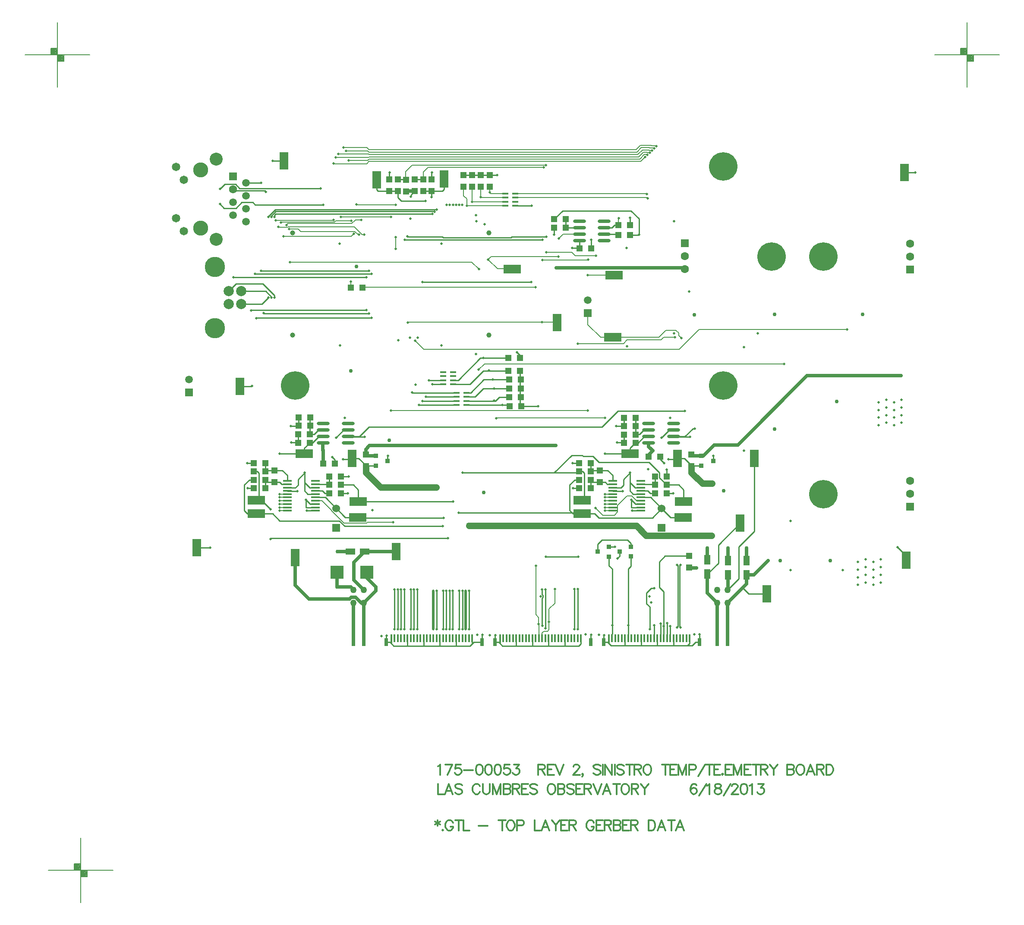
<source format=gtl>
%FSLAX23Y23*%
%MOIN*%
G70*
G01*
G75*
G04 Layer_Physical_Order=1*
G04 Layer_Color=255*
%ADD10R,0.031X0.060*%
%ADD11R,0.014X0.060*%
%ADD12R,0.030X0.100*%
%ADD13R,0.045X0.017*%
%ADD14R,0.050X0.050*%
%ADD15R,0.050X0.050*%
%ADD16R,0.036X0.036*%
%ADD17O,0.098X0.028*%
%ADD18R,0.065X0.012*%
%ADD19R,0.135X0.070*%
%ADD20R,0.070X0.135*%
%ADD21R,0.037X0.035*%
%ADD22R,0.037X0.035*%
%ADD23R,0.100X0.100*%
%ADD24R,0.048X0.078*%
%ADD25R,0.078X0.048*%
%ADD26C,0.010*%
%ADD27C,0.025*%
%ADD28C,0.008*%
%ADD29C,0.005*%
%ADD30C,0.006*%
%ADD31C,0.020*%
%ADD32C,0.050*%
%ADD33C,0.012*%
%ADD34C,0.012*%
%ADD35C,0.012*%
%ADD36C,0.220*%
%ADD37C,0.020*%
%ADD38C,0.063*%
%ADD39R,0.063X0.063*%
%ADD40C,0.050*%
%ADD41C,0.039*%
%ADD42R,0.060X0.060*%
%ADD43C,0.060*%
%ADD44R,0.059X0.059*%
%ADD45C,0.059*%
%ADD46C,0.079*%
%ADD47C,0.157*%
%ADD48C,0.059*%
%ADD49R,0.059X0.059*%
%ADD50C,0.116*%
%ADD51C,0.065*%
%ADD52C,0.100*%
%ADD53C,0.030*%
D10*
X56110Y33653D02*
D03*
X56850D02*
D03*
X56010D02*
D03*
X55270D02*
D03*
X55170D02*
D03*
X54430D02*
D03*
D11*
X56773Y33681D02*
D03*
X56748D02*
D03*
X56723D02*
D03*
X56698D02*
D03*
X56673D02*
D03*
X56648D02*
D03*
X56623D02*
D03*
X56598D02*
D03*
X56573D02*
D03*
X56548D02*
D03*
X56523D02*
D03*
X56498D02*
D03*
X56473D02*
D03*
X56448D02*
D03*
X56423D02*
D03*
X56398D02*
D03*
X56373D02*
D03*
X56348D02*
D03*
X56323D02*
D03*
X56298D02*
D03*
X56273D02*
D03*
X56248D02*
D03*
X56223D02*
D03*
X56198D02*
D03*
X56173D02*
D03*
X56148D02*
D03*
X55933Y33680D02*
D03*
X55908D02*
D03*
X55883D02*
D03*
X55858D02*
D03*
X55833D02*
D03*
X55808D02*
D03*
X55783D02*
D03*
X55758D02*
D03*
X55733D02*
D03*
X55708D02*
D03*
X55683D02*
D03*
X55658D02*
D03*
X55633D02*
D03*
X55608D02*
D03*
X55583D02*
D03*
X55558D02*
D03*
X55533D02*
D03*
X55508D02*
D03*
X55483D02*
D03*
X55458D02*
D03*
X55433D02*
D03*
X55408D02*
D03*
X55383D02*
D03*
X55358D02*
D03*
X55333D02*
D03*
X55308D02*
D03*
X55093D02*
D03*
X55068D02*
D03*
X55043D02*
D03*
X55018D02*
D03*
X54993D02*
D03*
X54968D02*
D03*
X54943D02*
D03*
X54918D02*
D03*
X54893D02*
D03*
X54868D02*
D03*
X54843D02*
D03*
X54818D02*
D03*
X54793D02*
D03*
X54768D02*
D03*
X54743D02*
D03*
X54718D02*
D03*
X54693D02*
D03*
X54668D02*
D03*
X54643D02*
D03*
X54618D02*
D03*
X54593D02*
D03*
X54568D02*
D03*
X54543D02*
D03*
X54518D02*
D03*
X54493D02*
D03*
X54468D02*
D03*
D12*
X54176Y33671D02*
D03*
X54255D02*
D03*
X56986Y33671D02*
D03*
X57065D02*
D03*
D13*
X54972Y35578D02*
D03*
Y35547D02*
D03*
Y35516D02*
D03*
Y35484D02*
D03*
X55049D02*
D03*
Y35516D02*
D03*
Y35547D02*
D03*
Y35578D02*
D03*
X54869Y35738D02*
D03*
Y35707D02*
D03*
Y35676D02*
D03*
Y35644D02*
D03*
X54946D02*
D03*
Y35676D02*
D03*
Y35707D02*
D03*
Y35738D02*
D03*
X55348Y37024D02*
D03*
Y37056D02*
D03*
Y37087D02*
D03*
Y37118D02*
D03*
X55425D02*
D03*
Y37087D02*
D03*
Y37056D02*
D03*
Y37024D02*
D03*
D14*
X55379Y35612D02*
D03*
X55469D02*
D03*
X55380Y35544D02*
D03*
X55470D02*
D03*
X55382Y35476D02*
D03*
X55472D02*
D03*
X55380Y35681D02*
D03*
X55470D02*
D03*
X55373Y35749D02*
D03*
X55463D02*
D03*
X55372Y35847D02*
D03*
X55462D02*
D03*
X56454Y35086D02*
D03*
X56544D02*
D03*
X53942Y35031D02*
D03*
X54032D02*
D03*
X56264Y35191D02*
D03*
X56354D02*
D03*
X53749Y35193D02*
D03*
X53839D02*
D03*
X55918Y34905D02*
D03*
X56008D02*
D03*
X53404D02*
D03*
X53494D02*
D03*
X56265Y35322D02*
D03*
X56355D02*
D03*
X53751Y35325D02*
D03*
X53841D02*
D03*
X56354Y35256D02*
D03*
X56264D02*
D03*
X53840Y35259D02*
D03*
X53750D02*
D03*
X55918Y34971D02*
D03*
X56008D02*
D03*
X53404D02*
D03*
X53494D02*
D03*
X56594Y34867D02*
D03*
X56504D02*
D03*
X54080D02*
D03*
X53990D02*
D03*
X56313Y36798D02*
D03*
X56223D02*
D03*
X55726Y36854D02*
D03*
X55816D02*
D03*
X55817Y36920D02*
D03*
X55727D02*
D03*
X54244Y36390D02*
D03*
X54154D02*
D03*
X56594Y34802D02*
D03*
X56504D02*
D03*
X54080D02*
D03*
X53990D02*
D03*
X55918Y34841D02*
D03*
X56008D02*
D03*
X53404D02*
D03*
X53494D02*
D03*
X55918Y35034D02*
D03*
X56008D02*
D03*
X53404D02*
D03*
X53494D02*
D03*
X56594Y34932D02*
D03*
X56504D02*
D03*
X54080D02*
D03*
X53990D02*
D03*
X56356Y35385D02*
D03*
X56266D02*
D03*
X53842Y35389D02*
D03*
X53752D02*
D03*
X55921Y36696D02*
D03*
X56011D02*
D03*
X56222Y36874D02*
D03*
X56312D02*
D03*
D15*
X56768Y34317D02*
D03*
Y34227D02*
D03*
X56786Y35013D02*
D03*
Y35103D02*
D03*
X54272Y35013D02*
D03*
Y35103D02*
D03*
X54716Y37139D02*
D03*
Y37229D02*
D03*
X54650Y37228D02*
D03*
Y37138D02*
D03*
X54518Y37137D02*
D03*
Y37227D02*
D03*
X54581Y37226D02*
D03*
Y37136D02*
D03*
X56078Y34889D02*
D03*
Y34979D02*
D03*
X53564Y34889D02*
D03*
Y34979D02*
D03*
X54780Y37229D02*
D03*
Y37139D02*
D03*
X54453Y37228D02*
D03*
Y37138D02*
D03*
X55158Y37260D02*
D03*
Y37170D02*
D03*
X55027Y37261D02*
D03*
Y37171D02*
D03*
X55230Y37261D02*
D03*
Y37171D02*
D03*
X55093Y37262D02*
D03*
Y37172D02*
D03*
D16*
X56319Y34314D02*
D03*
X56233Y34351D02*
D03*
X56319Y34388D02*
D03*
X56148Y34313D02*
D03*
X56062Y34350D02*
D03*
X56148Y34387D02*
D03*
D17*
X56649Y35191D02*
D03*
Y35241D02*
D03*
Y35291D02*
D03*
Y35341D02*
D03*
X56457Y35191D02*
D03*
Y35241D02*
D03*
Y35291D02*
D03*
Y35341D02*
D03*
X54135Y35191D02*
D03*
Y35241D02*
D03*
Y35291D02*
D03*
Y35341D02*
D03*
X53943Y35191D02*
D03*
Y35241D02*
D03*
Y35291D02*
D03*
Y35341D02*
D03*
X56113Y36755D02*
D03*
Y36805D02*
D03*
Y36855D02*
D03*
Y36905D02*
D03*
X55921Y36755D02*
D03*
Y36805D02*
D03*
Y36855D02*
D03*
Y36905D02*
D03*
D18*
X56396Y34898D02*
D03*
X56178D02*
D03*
X56396Y34872D02*
D03*
X56178D02*
D03*
X56396Y34844D02*
D03*
X56178D02*
D03*
Y34821D02*
D03*
Y34795D02*
D03*
Y34770D02*
D03*
Y34744D02*
D03*
Y34719D02*
D03*
Y34693D02*
D03*
Y34667D02*
D03*
X56396Y34821D02*
D03*
Y34795D02*
D03*
Y34770D02*
D03*
Y34744D02*
D03*
Y34719D02*
D03*
Y34693D02*
D03*
Y34667D02*
D03*
X53882Y34898D02*
D03*
X53664D02*
D03*
X53882Y34872D02*
D03*
X53664D02*
D03*
X53882Y34844D02*
D03*
X53664D02*
D03*
Y34821D02*
D03*
Y34795D02*
D03*
Y34770D02*
D03*
Y34744D02*
D03*
Y34719D02*
D03*
Y34693D02*
D03*
Y34667D02*
D03*
X53882Y34821D02*
D03*
Y34795D02*
D03*
Y34770D02*
D03*
Y34744D02*
D03*
Y34719D02*
D03*
Y34693D02*
D03*
Y34667D02*
D03*
D19*
X56722Y34615D02*
D03*
X54208D02*
D03*
X55941Y34645D02*
D03*
X53427D02*
D03*
X55941Y34748D02*
D03*
X53427D02*
D03*
X56727Y34739D02*
D03*
X54213D02*
D03*
X55403Y36536D02*
D03*
X56188Y36487D02*
D03*
X56180Y36008D02*
D03*
X56311Y35109D02*
D03*
X53797D02*
D03*
D20*
X55750Y36123D02*
D03*
X54506Y34352D02*
D03*
X58446Y34285D02*
D03*
X57271Y35070D02*
D03*
X53727Y34306D02*
D03*
X57369Y34025D02*
D03*
X57162Y34570D02*
D03*
X58433Y37282D02*
D03*
X53298Y35628D02*
D03*
X52965Y34380D02*
D03*
X53640Y37372D02*
D03*
X56680Y35073D02*
D03*
X54166D02*
D03*
X54875Y37230D02*
D03*
X54357Y37226D02*
D03*
D21*
X56954Y35053D02*
D03*
X56862Y35090D02*
D03*
X54440Y35053D02*
D03*
X54348Y35090D02*
D03*
D22*
X56862Y35015D02*
D03*
X54348D02*
D03*
D23*
X54048Y34192D02*
D03*
X54278D02*
D03*
D24*
X57213Y34172D02*
D03*
Y34282D02*
D03*
X57068Y34282D02*
D03*
Y34172D02*
D03*
X56908Y34177D02*
D03*
Y34287D02*
D03*
D25*
X54263Y34352D02*
D03*
X54153D02*
D03*
D26*
X58380Y34385D02*
X58446Y34319D01*
Y34285D02*
Y34319D01*
X53066Y34380D02*
X53068Y34382D01*
X52965Y34380D02*
X53066D01*
X56798Y35302D02*
X56812D01*
X56737Y35241D02*
X56798Y35302D01*
X55727Y36920D02*
X55793Y36986D01*
X56320D01*
X56381Y36924D01*
Y36801D02*
Y36924D01*
X56113Y36805D02*
X56216D01*
X56223Y36798D01*
X56476Y34067D02*
X56498D01*
X56440Y34031D02*
X56476Y34067D01*
X56440Y33949D02*
Y34031D01*
Y33949D02*
X56465Y33924D01*
Y33750D02*
Y33924D01*
X55398Y36785D02*
X55666D01*
X55391Y36779D02*
X55398Y36785D01*
X54595D02*
X54862D01*
X54869Y36779D01*
X56548Y33795D02*
X56549Y33796D01*
X56548Y33681D02*
Y33795D01*
X56498Y33780D02*
X56498Y33779D01*
Y33681D02*
Y33779D01*
X54731Y37060D02*
X54733Y37062D01*
X54546Y37060D02*
X54731D01*
X54778Y37090D02*
X54780Y37092D01*
Y37139D01*
X55230Y37261D02*
X55286D01*
X55027D02*
X55230D01*
X55425Y37024D02*
X55426Y37024D01*
X55551D01*
X55549Y36435D02*
X55550Y36436D01*
X54710Y36435D02*
X55549D01*
X55463Y35485D02*
Y35749D01*
X55600Y35476D02*
X55601Y35475D01*
X55472Y35476D02*
X55600D01*
X55463Y35485D02*
X55472Y35476D01*
X55438Y35891D02*
X55462Y35867D01*
Y35847D02*
Y35867D01*
X55178Y35847D02*
X55372D01*
X55155D02*
X55178D01*
Y35749D02*
X55373D01*
X55252Y35681D02*
X55380D01*
X55183D02*
X55252D01*
X55263Y35612D02*
X55379D01*
X55180D02*
X55263D01*
X55049Y35516D02*
X55273D01*
X55327Y35484D02*
X55373D01*
X55049D02*
X55327D01*
X54984Y35676D02*
X55155Y35847D01*
X54946Y35676D02*
X54984D01*
X55074Y35644D02*
X55178Y35749D01*
X54946Y35644D02*
X55074D01*
X55081Y35578D02*
X55183Y35681D01*
X55049Y35578D02*
X55081D01*
X55115Y35547D02*
X55180Y35612D01*
X55049Y35547D02*
X55115D01*
X55301Y35544D02*
X55380D01*
X55273Y35516D02*
X55301Y35544D01*
X54760Y35675D02*
X54761Y35676D01*
X54869D01*
X54786Y35644D02*
X54787Y35644D01*
X54869D01*
X54630Y35580D02*
X54631Y35578D01*
X54972D01*
X54736Y35547D02*
X54736Y35547D01*
X54972D01*
X54708Y35515D02*
X54709Y35516D01*
X54972D01*
X54682Y35485D02*
X54682Y35484D01*
X54972D01*
X56598Y33798D02*
X56598Y33797D01*
Y33681D02*
Y33797D01*
X56623Y33681D02*
Y33775D01*
X56583Y34317D02*
X56768D01*
X56538Y34272D02*
X56583Y34317D01*
X56538Y34076D02*
Y34272D01*
Y34076D02*
X56573Y34040D01*
Y33775D02*
Y34040D01*
Y33681D02*
Y33775D01*
X56594Y34984D02*
X56596Y34986D01*
X56594Y34932D02*
Y34984D01*
X58513Y37282D02*
X58514Y37283D01*
X58433Y37282D02*
X58513D01*
X56544Y35066D02*
X56576Y35034D01*
X56544Y35066D02*
Y35086D01*
X54011Y35083D02*
X54032Y35062D01*
Y35031D02*
Y35062D01*
X56733Y35439D02*
X56734Y35438D01*
X56218Y35439D02*
X56733D01*
X56094Y35315D02*
X56218Y35439D01*
X54297Y35315D02*
X56094D01*
X54223Y35241D02*
X54297Y35315D01*
X54791Y33751D02*
X54792Y33752D01*
X55043Y34047D02*
X55043Y34047D01*
X54668Y33753D02*
Y34057D01*
X54643Y33753D02*
Y34057D01*
X54618Y33753D02*
Y34057D01*
X54493Y33753D02*
Y34057D01*
X54518Y33753D02*
Y34057D01*
X54543Y33753D02*
Y34057D01*
X54568Y33753D02*
Y34057D01*
X53416Y37033D02*
X53942D01*
X53399Y37050D02*
X53416Y37033D01*
X53313Y37050D02*
X53399D01*
X53269Y37006D02*
X53313Y37050D01*
X53177Y37006D02*
X53269D01*
X53146Y37037D02*
X53177Y37006D01*
X53297Y37159D02*
X53921D01*
X53264Y37192D02*
X53297Y37159D01*
X53181Y37192D02*
X53264D01*
X53144Y37155D02*
X53181Y37192D01*
X53414Y36498D02*
X54316D01*
X53464Y36522D02*
X54297D01*
X53463Y36521D02*
X53464Y36522D01*
X53348Y37203D02*
X53462D01*
X53347Y37201D02*
X53348Y37203D01*
X53251Y36471D02*
X54276D01*
X53250Y36472D02*
X53251Y36471D01*
X53426Y36157D02*
X54315D01*
X53425Y36156D02*
X53426Y36157D01*
X53483Y36193D02*
X54296D01*
X53481Y36195D02*
X53483Y36193D01*
X53491Y37140D02*
X53500Y37131D01*
X53259Y37140D02*
X53491D01*
X53247Y37151D02*
X53259Y37140D01*
X53390Y36219D02*
X54276D01*
X53387Y36216D02*
X53390Y36219D01*
X53577Y36961D02*
X54784D01*
X53567Y36951D02*
X53577Y36961D01*
X54799Y36980D02*
X54801Y36977D01*
X53576Y36980D02*
X54799D01*
X53543Y36946D02*
X53576Y36980D01*
X54816Y36996D02*
X54818Y36994D01*
X53573Y36996D02*
X54816D01*
X53519Y36942D02*
X53573Y36996D01*
X53567Y36937D02*
Y36951D01*
X53543Y36937D02*
Y36946D01*
X53519Y36937D02*
Y36942D01*
X53567Y36316D02*
Y36331D01*
X53477Y36421D02*
X53567Y36331D01*
X53268Y36421D02*
X53477D01*
X53212Y36364D02*
X53268Y36421D01*
X53543Y36316D02*
Y36318D01*
X53498Y36364D02*
X53543Y36318D01*
X53310Y36364D02*
X53498D01*
X53469Y36265D02*
X53519Y36316D01*
X53310Y36265D02*
X53469D01*
X56773Y33640D02*
Y33681D01*
X56757Y33624D02*
X56773Y33640D01*
X56148Y33641D02*
Y33681D01*
X56273Y33624D02*
Y33681D01*
X56398Y33624D02*
Y33681D01*
X56523Y33624D02*
Y33681D01*
X56648Y33624D02*
Y33681D01*
X56850Y33653D02*
Y33711D01*
X56850Y33712D02*
X56850Y33711D01*
X56757Y33624D02*
X56791D01*
X56820Y33653D01*
X56850D01*
X56110D02*
X56137D01*
X56148Y33641D01*
X56166Y33624D01*
X56110Y33653D02*
Y33704D01*
X56111Y33705D01*
X55308Y33640D02*
X55326Y33622D01*
X55297Y33652D02*
X55308Y33640D01*
X55808Y33623D02*
Y33680D01*
X55683Y33623D02*
Y33680D01*
X55558Y33623D02*
Y33680D01*
X55433Y33623D02*
Y33680D01*
X55308Y33640D02*
Y33680D01*
X55326Y33622D02*
X55917D01*
X55933Y33639D01*
Y33680D01*
X54468Y33640D02*
X54486Y33622D01*
X54968Y33623D02*
Y33680D01*
X54843Y33623D02*
Y33680D01*
X54718Y33623D02*
Y33680D01*
X54593Y33623D02*
Y33680D01*
X54468Y33640D02*
Y33680D01*
X54486Y33622D02*
X55076D01*
X55093Y33639D02*
Y33680D01*
X56010Y33653D02*
Y33708D01*
X56011Y33709D01*
X55271Y33652D02*
X55297D01*
X55270Y33653D02*
X55271Y33652D01*
X55270Y33653D02*
Y33704D01*
X55271Y33705D01*
X55107Y33653D02*
X55170D01*
Y33707D01*
X55171Y33708D01*
X55076Y33622D02*
X55093Y33639D01*
X55107Y33653D01*
X54430D02*
X54455D01*
X54430D02*
Y33699D01*
X54431Y33700D01*
X54455Y33653D02*
X54468Y33640D01*
X56676Y33765D02*
X56681Y33770D01*
X56695D02*
X56701Y33765D01*
X56681Y33770D02*
Y34244D01*
X56676Y34249D02*
X56681Y34244D01*
X56695Y33770D02*
Y34244D01*
X56701Y34249D01*
X56174Y33716D02*
Y33780D01*
X56173Y33716D02*
X56174Y33716D01*
X56173Y33681D02*
Y33716D01*
X56298Y33779D02*
X56299Y33780D01*
X56298Y33681D02*
Y33779D01*
X55883Y33753D02*
Y34062D01*
X55908Y33753D02*
Y34062D01*
X55633Y33777D02*
Y33990D01*
X55640Y33997D01*
Y34013D01*
X55633Y34020D02*
X55640Y34013D01*
X55633Y34020D02*
Y34057D01*
X55658Y33759D02*
Y34057D01*
X54918Y33752D02*
Y34047D01*
X54893Y33752D02*
Y34047D01*
X54868Y33752D02*
Y34047D01*
X54818Y33752D02*
Y34047D01*
X54943Y33752D02*
Y34047D01*
X54993Y33752D02*
Y34047D01*
X55018Y33752D02*
Y34047D01*
X55068Y33752D02*
Y34047D01*
X56166Y33624D02*
X56757D01*
X56174Y33780D02*
Y34217D01*
X56299Y33780D02*
Y34216D01*
X56298Y34217D02*
X56299Y34216D01*
X53882Y34872D02*
X53984D01*
X53990Y34867D01*
Y34932D01*
X53882Y34821D02*
X53935D01*
X53954Y34802D01*
X53990D01*
X54080D02*
X54133D01*
X54135Y34804D01*
X54139Y34931D02*
X54140Y34932D01*
X54137Y34931D02*
X54139D01*
X54080Y34932D02*
X54140D01*
X53666Y34819D02*
X53741D01*
X53664Y34821D02*
X53666Y34819D01*
X53816Y34667D02*
X53882D01*
X53839Y34844D02*
X53882D01*
X53799Y34885D02*
X53839Y34844D01*
X53799Y34885D02*
Y34960D01*
X53823Y34795D02*
X53882D01*
X53799Y34820D02*
X53823Y34795D01*
X53799Y34820D02*
Y34885D01*
X53664Y34898D02*
Y34941D01*
X53626Y34979D02*
X53664Y34941D01*
X53564Y34979D02*
X53626D01*
X53502D02*
X53564D01*
X53494Y34971D02*
X53502Y34979D01*
X53494Y34971D02*
Y35034D01*
X53623Y34872D02*
X53664D01*
X53607Y34889D02*
X53623Y34872D01*
X53564Y34889D02*
X53607D01*
X53511D02*
X53564D01*
X53494Y34905D02*
X53511Y34889D01*
X53494Y34841D02*
Y34905D01*
X53843Y34719D02*
X53882D01*
X53809Y34753D02*
X53843Y34719D01*
X53809Y34693D02*
X53882D01*
X53809D02*
Y34752D01*
X53809Y34753D01*
X53882Y34770D02*
X53958D01*
X54113Y34615D01*
X54208D01*
X54080Y34867D02*
X54174D01*
X54213Y34827D01*
Y34739D02*
Y34827D01*
X53404Y34971D02*
X53433D01*
X53445Y34959D01*
Y34766D02*
Y34959D01*
X53427Y34748D02*
X53445Y34766D01*
X53371Y34905D02*
X53404D01*
X53332Y34867D02*
X53371Y34905D01*
X53332Y34669D02*
Y34867D01*
Y34669D02*
X53356Y34645D01*
X53427D01*
X53355Y35034D02*
X53404D01*
X53355Y35034D02*
X53355Y35034D01*
X53664Y34844D02*
X53727D01*
X53748Y34866D01*
Y34909D01*
X53799Y34960D01*
X53359Y34841D02*
X53404D01*
X53358Y34841D02*
X53359Y34841D01*
X53904Y35291D02*
X53943D01*
X53872Y35259D02*
X53904Y35291D01*
X53840Y35259D02*
X53872D01*
X53840Y35383D02*
X53842Y35385D01*
X53840Y35259D02*
Y35383D01*
X53908Y35241D02*
X53943D01*
X53860Y35193D02*
X53908Y35241D01*
X53839Y35193D02*
X53860D01*
X53797Y35151D02*
X53839Y35193D01*
X53797Y35109D02*
Y35151D01*
X54135Y35241D02*
X54223D01*
X54100Y35291D02*
X54135D01*
X54042Y35233D02*
X54100Y35291D01*
X54275Y35015D02*
X54348D01*
X54166Y35073D02*
X54217D01*
X54159Y35066D02*
X54166Y35073D01*
X54096Y35066D02*
X54159D01*
X53693Y35321D02*
X53694Y35322D01*
X53751D01*
X53752Y35322D01*
Y35385D01*
X54217Y35073D02*
X54275Y35015D01*
X53750Y35194D02*
Y35259D01*
X53697Y35194D02*
X53750D01*
X54440Y35053D02*
Y35092D01*
X54441Y35093D01*
X54139Y35237D02*
X54262D01*
X54135Y35241D02*
X54139Y35237D01*
X53605Y35109D02*
X53797D01*
X56354Y35383D02*
X56356Y35385D01*
X56354Y35259D02*
Y35383D01*
X56266Y35322D02*
Y35385D01*
X56504Y34867D02*
Y34932D01*
X56313Y34820D02*
X56337Y34795D01*
X56178Y34844D02*
X56241D01*
X56353D02*
X56396D01*
X56337Y34795D02*
X56396D01*
X56262Y34866D02*
Y34909D01*
X56241Y34844D02*
X56262Y34866D01*
X56313Y34820D02*
Y34885D01*
Y34960D01*
Y34885D02*
X56353Y34844D01*
X56262Y34909D02*
X56313Y34960D01*
X56180Y34819D02*
X56255D01*
X56323Y34693D02*
X56396D01*
X56323D02*
Y34752D01*
X56323Y34753D01*
X56357Y34719D01*
X56396D01*
X56330Y34667D02*
X56396D01*
X55869Y35034D02*
X55869Y35034D01*
X55918D01*
X56008Y34971D02*
Y35034D01*
X56556Y35233D02*
X56614Y35291D01*
X56025Y34889D02*
X56078D01*
X56121D01*
X56137Y34872D02*
X56178D01*
X56121Y34889D02*
X56137Y34872D01*
X56016Y34979D02*
X56078D01*
X56178Y34898D02*
Y34941D01*
X56140Y34979D02*
X56178Y34941D01*
X56078Y34979D02*
X56140D01*
X55872Y34841D02*
X55873Y34841D01*
X55918D01*
X56008D02*
Y34905D01*
X56594Y34802D02*
X56647D01*
X56649Y34804D01*
X56396Y34821D02*
X56449D01*
X56468Y34802D01*
X56504D01*
X56653Y35237D02*
X56776D01*
X56649Y35241D02*
X56737D01*
X56954Y35053D02*
Y35092D01*
X56955Y35093D01*
X56789Y35015D02*
X56862D01*
X56594Y34867D02*
X56688D01*
X56727Y34739D02*
Y34827D01*
X56688Y34867D02*
X56727Y34827D01*
X56396Y34872D02*
X56498D01*
X56504Y34867D01*
X55918Y34971D02*
X55947D01*
X55959Y34766D02*
Y34959D01*
X55947Y34971D02*
X55959Y34959D01*
X56008Y34971D02*
X56016Y34979D01*
X56354Y35259D02*
X56386D01*
X56418Y35291D01*
X56264Y35194D02*
Y35259D01*
X56207Y35321D02*
X56208Y35322D01*
X56265D01*
X56266Y35322D01*
X56610Y35066D02*
X56673D01*
X55846Y34669D02*
Y34867D01*
X55885Y34905D01*
X55918D01*
X56008D02*
X56025Y34889D01*
X56211Y35194D02*
X56264D01*
X56311Y35109D02*
Y35151D01*
X56353Y35193D01*
X56374D01*
X56422Y35241D01*
X56731Y35073D02*
X56789Y35015D01*
X56680Y35073D02*
X56731D01*
X56627Y34615D02*
X56722D01*
X56396Y34770D02*
X56472D01*
X56119Y35109D02*
X56311D01*
X56673Y35066D02*
X56680Y35073D01*
X55941Y34748D02*
X55959Y34766D01*
X55870Y34645D02*
X55941D01*
X56178Y34821D02*
X56180Y34819D01*
X56649Y35241D02*
X56653Y35237D01*
X56614Y35291D02*
X56649D01*
X56422Y35241D02*
X56457D01*
X56418Y35291D02*
X56457D01*
X54716Y37139D02*
X54780D01*
X54861D01*
X54875Y37152D01*
Y37230D01*
X54518Y37088D02*
X54546Y37060D01*
X54518Y37088D02*
Y37137D01*
X54454D02*
X54518D01*
X54453Y37138D02*
X54454Y37137D01*
X54366Y37138D02*
X54453D01*
X54357Y37147D02*
X54366Y37138D01*
X54357Y37147D02*
Y37226D01*
X54618Y37105D02*
X54650Y37138D01*
X54618Y37094D02*
Y37105D01*
X54650Y37228D02*
X54715D01*
X54716Y37229D01*
X54780D02*
Y37281D01*
X54781Y37283D01*
X54453Y37228D02*
Y37282D01*
X54454Y37283D01*
X54518Y37227D02*
X54580D01*
X54581Y37226D01*
X56298Y34217D02*
X56319Y34238D01*
Y34314D01*
X56148Y34242D02*
X56174Y34217D01*
X56148Y34242D02*
Y34313D01*
X56319Y34388D02*
Y34414D01*
X56292Y34441D02*
X56319Y34414D01*
X56095Y34441D02*
X56292D01*
X56062Y34408D02*
X56095Y34441D01*
X56062Y34350D02*
Y34408D01*
X56148Y34387D02*
X56194D01*
X56195Y34388D01*
X56233Y34317D02*
Y34351D01*
X56215Y34299D02*
X56233Y34317D01*
X54592Y36788D02*
X54595Y36785D01*
X54869Y36779D02*
X55391D01*
X55666Y36785D02*
X55666Y36785D01*
X54571Y36762D02*
X55636D01*
X56191Y36874D02*
X56222D01*
X56172Y36855D02*
X56191Y36874D01*
X56113Y36855D02*
X56172D01*
X56312Y36874D02*
Y36933D01*
X56011Y36696D02*
Y36758D01*
X56013Y36760D01*
X55726Y36803D02*
Y36854D01*
X55725Y36803D02*
X55726Y36803D01*
X55817Y36855D02*
Y36920D01*
Y36855D02*
X55920D01*
X55921Y36855D01*
Y36696D02*
Y36755D01*
X55919Y36698D02*
X55921Y36696D01*
X55867Y36698D02*
X55919D01*
X56313Y36798D02*
X56378D01*
X56381Y36801D01*
X55661Y34311D02*
X55913D01*
X54213Y34739D02*
X54945D01*
X53541Y34455D02*
X54906D01*
X53535Y34449D02*
X53541Y34455D01*
X53466Y34748D02*
X53536Y34678D01*
X53427Y34748D02*
X53466D01*
X54212Y34611D02*
X54871D01*
X54208Y34615D02*
X54212Y34611D01*
X53551Y34645D02*
X53607Y34589D01*
X53427Y34645D02*
X53551D01*
X55907Y34960D02*
X55918Y34971D01*
X55935Y34651D02*
X55941Y34645D01*
X54990Y34651D02*
X55864D01*
X55935D01*
X55846Y34669D02*
X55864Y34651D01*
X55870Y34645D01*
X55941D02*
X56040D01*
X56072Y34613D01*
X56485D01*
X56557Y34685D01*
X56472Y34770D02*
X56557Y34685D01*
X56627Y34615D01*
X56538Y34923D02*
X56594Y34867D01*
X56538Y34923D02*
Y34960D01*
X56458Y35041D02*
X56538Y34960D01*
X56072Y35041D02*
X56458D01*
X56025Y35088D02*
X56072Y35041D01*
X55951Y35088D02*
X56025D01*
X55943Y35096D02*
X55951Y35088D01*
X55861Y35096D02*
X55943D01*
X55725Y34960D02*
X55861Y35096D01*
X55018Y34960D02*
X55725D01*
X55907D01*
X53607Y34589D02*
X54067D01*
X54109Y34547D01*
X54866D01*
X57229Y34025D02*
X57369D01*
X57182Y34072D02*
X57229Y34025D01*
X56994Y34402D02*
X57162Y34570D01*
X56994Y34263D02*
Y34402D01*
X56908Y34177D02*
X56994Y34263D01*
X57271Y34509D02*
Y35070D01*
X57151Y34389D02*
X57271Y34509D01*
X57151Y34140D02*
Y34389D01*
X57068Y34057D02*
X57151Y34140D01*
X53298Y35628D02*
X53389D01*
X53391Y35630D01*
X53554Y37372D02*
X53640D01*
X53553Y37373D02*
X53554Y37372D01*
D27*
X54154Y34077D02*
X54176Y34055D01*
X54048Y34077D02*
X54154D01*
X57679Y35710D02*
X58404D01*
X57144Y35175D02*
X57679Y35710D01*
X56768Y34227D02*
X56769Y34225D01*
X56826D01*
X57268Y34172D02*
X57378Y34282D01*
X57213Y34172D02*
X57268D01*
X56454Y35098D02*
X56488Y35132D01*
X56454Y35086D02*
Y35098D01*
X53940Y35136D02*
X53942Y35134D01*
Y35031D02*
Y35134D01*
X53940Y35188D02*
X53943Y35191D01*
X53940Y35136D02*
Y35188D01*
X56457Y35163D02*
X56488Y35132D01*
X56457Y35163D02*
Y35191D01*
X54272Y35103D02*
X54285Y35090D01*
X56724Y36546D02*
X56736Y36534D01*
X55741Y36546D02*
X56724D01*
X54300Y35170D02*
X55739D01*
X54272Y35142D02*
X54300Y35170D01*
X54272Y35103D02*
Y35142D01*
X56963Y35175D02*
X57144D01*
X56878Y35090D02*
X56963Y35175D01*
X56862Y35090D02*
X56878D01*
X54255Y33671D02*
Y33955D01*
X54176Y33671D02*
Y33955D01*
X54176Y33955D02*
X54176Y33955D01*
X56986Y33671D02*
Y33955D01*
X56986Y33955D02*
X56986Y33955D01*
X57065Y33671D02*
Y33955D01*
X57213Y34102D02*
Y34172D01*
X57065Y33955D02*
X57066Y33955D01*
X57068Y34057D02*
Y34172D01*
X57066Y34055D02*
X57068Y34057D01*
X56908Y34033D02*
Y34177D01*
Y34033D02*
X56986Y33955D01*
X56908Y34287D02*
Y34377D01*
X57068Y34282D02*
Y34377D01*
X57213Y34282D02*
Y34377D01*
X54278Y34147D02*
Y34192D01*
Y34147D02*
X54348Y34077D01*
Y34047D02*
Y34077D01*
X54255Y33955D02*
X54256Y33955D01*
X54348Y34047D01*
X54178Y34267D02*
X54263Y34352D01*
X54178Y34133D02*
Y34267D01*
Y34133D02*
X54256Y34055D01*
X54053Y34352D02*
X54153D01*
X54048Y34077D02*
Y34192D01*
X54285Y35090D02*
X54348D01*
X56799D02*
X56862D01*
X56786Y35103D02*
X56799Y35090D01*
X54583Y37138D02*
X54650D01*
X57066Y33955D02*
X57182Y34072D01*
X57213Y34102D01*
X54234Y33955D02*
X54256D01*
X54193Y33997D02*
X54234Y33955D01*
X54159Y33997D02*
X54193D01*
X54147Y33986D02*
X54159Y33997D01*
X53833Y33986D02*
X54147D01*
X53727Y34092D02*
X53833Y33986D01*
X53727Y34092D02*
Y34306D01*
X54263Y34352D02*
X54506D01*
D28*
X55188Y35803D02*
X57503D01*
X56846Y36067D02*
X57988D01*
X55731Y33953D02*
Y34060D01*
X55687Y33909D02*
X55731Y33953D01*
X55687Y33809D02*
Y33909D01*
Y33747D02*
Y33809D01*
X55674Y33734D02*
X55687Y33747D01*
X55645Y33734D02*
X55674D01*
X55633Y33721D02*
X55645Y33734D01*
X55633Y33680D02*
Y33721D01*
X54244Y36390D02*
X54249Y36395D01*
X55582D01*
X55584Y34240D02*
X55585Y34239D01*
Y33865D02*
Y34239D01*
Y33865D02*
X55607Y33843D01*
Y33793D02*
Y33843D01*
Y33793D02*
X55608Y33792D01*
Y33680D02*
Y33792D01*
X54154Y36390D02*
X54157Y36393D01*
Y36437D01*
X55425Y37118D02*
X56438D01*
X56441Y37116D01*
X55425Y37087D02*
X56441D01*
X56448Y37080D01*
X55142Y35757D02*
X55188Y35803D01*
X54651Y35981D02*
X54718Y35914D01*
X56693D01*
X56846Y36067D01*
X55796Y36805D02*
X55921D01*
X55762Y36771D02*
X55796Y36805D01*
X55240Y36633D02*
X55760D01*
X55216Y36609D02*
X55240Y36633D01*
X55402Y36537D02*
X55403Y36536D01*
X55288Y36537D02*
X55402D01*
X55216Y36609D02*
X55288Y36537D01*
X58664Y38190D02*
X59164D01*
X58914Y37940D02*
Y38440D01*
X58964Y38140D02*
Y38190D01*
X58914Y38140D02*
X58964D01*
X58864Y38190D02*
Y38240D01*
X58914D01*
X58869Y38195D02*
X58909D01*
X58869D02*
Y38235D01*
X58909D01*
Y38195D02*
Y38235D01*
X58874Y38200D02*
X58904D01*
X58874D02*
Y38230D01*
X58904D01*
Y38205D02*
Y38230D01*
X58879Y38205D02*
X58899D01*
X58879D02*
Y38225D01*
X58899D01*
Y38210D02*
Y38225D01*
X58884Y38210D02*
X58894D01*
X58884D02*
Y38220D01*
X58894D01*
Y38210D02*
Y38220D01*
X58884Y38215D02*
X58894D01*
X58919Y38145D02*
X58959D01*
X58919D02*
Y38185D01*
X58959D01*
Y38145D02*
Y38185D01*
X58924Y38150D02*
X58954D01*
X58924D02*
Y38180D01*
X58954D01*
Y38155D02*
Y38180D01*
X58929Y38155D02*
X58949D01*
X58929D02*
Y38175D01*
X58949D01*
Y38160D02*
Y38175D01*
X58934Y38160D02*
X58944D01*
X58934D02*
Y38170D01*
X58944D01*
Y38160D02*
Y38170D01*
X58934Y38165D02*
X58944D01*
X51638Y38190D02*
X52138D01*
X51888Y37940D02*
Y38440D01*
X51938Y38140D02*
Y38190D01*
X51888Y38140D02*
X51938D01*
X51838Y38190D02*
Y38240D01*
X51888D01*
X51843Y38195D02*
X51883D01*
X51843D02*
Y38235D01*
X51883D01*
Y38195D02*
Y38235D01*
X51848Y38200D02*
X51878D01*
X51848D02*
Y38230D01*
X51878D01*
Y38205D02*
Y38230D01*
X51853Y38205D02*
X51873D01*
X51853D02*
Y38225D01*
X51873D01*
Y38210D02*
Y38225D01*
X51858Y38210D02*
X51868D01*
X51858D02*
Y38220D01*
X51868D01*
Y38210D02*
Y38220D01*
X51858Y38215D02*
X51868D01*
X51893Y38145D02*
X51933D01*
X51893D02*
Y38185D01*
X51933D01*
Y38145D02*
Y38185D01*
X51898Y38150D02*
X51928D01*
X51898D02*
Y38180D01*
X51928D01*
Y38155D02*
Y38180D01*
X51903Y38155D02*
X51923D01*
X51903D02*
Y38175D01*
X51923D01*
Y38160D02*
Y38175D01*
X51908Y38160D02*
X51918D01*
X51908D02*
Y38170D01*
X51918D01*
Y38160D02*
Y38170D01*
X51908Y38165D02*
X51918D01*
X51819Y31889D02*
X52319D01*
X52069Y31639D02*
Y32139D01*
X52119Y31839D02*
Y31889D01*
X52069Y31839D02*
X52119D01*
X52019Y31889D02*
Y31939D01*
X52069D01*
X52024Y31894D02*
X52064D01*
X52024D02*
Y31934D01*
X52064D01*
Y31894D02*
Y31934D01*
X52029Y31899D02*
X52059D01*
X52029D02*
Y31929D01*
X52059D01*
Y31904D02*
Y31929D01*
X52034Y31904D02*
X52054D01*
X52034D02*
Y31924D01*
X52054D01*
Y31909D02*
Y31924D01*
X52039Y31909D02*
X52049D01*
X52039D02*
Y31919D01*
X52049D01*
Y31909D02*
Y31919D01*
X52039Y31914D02*
X52049D01*
X52074Y31844D02*
X52114D01*
X52074D02*
Y31884D01*
X52114D01*
Y31844D02*
Y31884D01*
X52079Y31849D02*
X52109D01*
X52079D02*
Y31879D01*
X52109D01*
Y31854D02*
Y31879D01*
X52084Y31854D02*
X52104D01*
X52084D02*
Y31874D01*
X52104D01*
Y31859D02*
Y31874D01*
X52089Y31859D02*
X52099D01*
X52089D02*
Y31869D01*
X52099D01*
Y31859D02*
Y31869D01*
X52089Y31864D02*
X52099D01*
D29*
X54715Y37228D02*
Y37285D01*
X54751Y37321D01*
X54580Y37227D02*
Y37289D01*
X54629Y37337D01*
X55053Y37026D02*
X55054Y37024D01*
X55348D01*
X55093Y37055D02*
X55094Y37056D01*
X55348D01*
X55158Y37090D02*
X55161Y37087D01*
X55348D01*
X55228Y37127D02*
X55236Y37118D01*
X55348D01*
X55228Y37127D02*
Y37168D01*
X55158Y37090D02*
Y37170D01*
X55093Y37172D02*
X55093Y37171D01*
Y37055D02*
Y37171D01*
X55027Y37103D02*
Y37171D01*
Y37103D02*
X55053Y37077D01*
Y37026D02*
Y37077D01*
X54751Y37321D02*
X55644D01*
X54629Y37337D02*
X55661D01*
X54598Y36124D02*
X55633D01*
X54597Y36123D02*
X54598Y36124D01*
X55633D02*
X55749D01*
X55750Y36123D01*
X55286Y35386D02*
X56119D01*
X55280Y35380D02*
X55286Y35386D01*
X53684Y36589D02*
X55089D01*
X55144Y36534D01*
X56361Y34744D02*
X56396D01*
X56324Y34782D02*
X56361Y34744D01*
X56289Y34782D02*
X56324D01*
X56217Y34709D02*
X56289Y34782D01*
X56217Y34659D02*
Y34709D01*
X56191Y34633D02*
X56217Y34659D01*
X56103Y34633D02*
X56191D01*
X56047Y34689D02*
X56103Y34633D01*
X54465Y35442D02*
X55986D01*
X54464Y35443D02*
X54465Y35442D01*
X54081Y36938D02*
X54464D01*
X54080Y36939D02*
X54081Y36938D01*
X53882Y34744D02*
X53932D01*
X54007Y34670D01*
Y34669D02*
Y34670D01*
X54278Y34573D02*
X54282Y34577D01*
X54007Y34669D02*
X54103Y34573D01*
X54278D01*
X54282Y34577D02*
X54481D01*
X54502Y36692D02*
X54503Y36691D01*
X54502Y36692D02*
Y36783D01*
X54199Y37033D02*
X54501D01*
X54198Y37034D02*
X54199Y37033D01*
X56222Y36874D02*
Y36925D01*
X56224Y36927D01*
D30*
X55986Y36487D02*
X56188D01*
X55666Y36664D02*
X55862D01*
X55888Y36638D01*
X56049D01*
X55636Y36605D02*
X55986D01*
X55989Y36608D01*
X55986Y36106D02*
Y36194D01*
Y36106D02*
X56084Y36008D01*
X56180D01*
X56537D01*
X56590Y36061D01*
X56667D01*
X56688Y36040D01*
Y36023D02*
Y36040D01*
Y36023D02*
X56708Y36003D01*
X56261Y35958D02*
X56290Y35987D01*
X56572Y36008D02*
X56659D01*
X56551Y35987D02*
X56572Y36008D01*
X55908Y35958D02*
X56261D01*
X56290Y35987D02*
X56551D01*
X53604Y34719D02*
X53664D01*
X53604Y34693D02*
X53664D01*
X53604Y34667D02*
X53664D01*
X53604Y34744D02*
X53664D01*
X53604Y34770D02*
X53664D01*
X53604Y34795D02*
X53664D01*
X56118D02*
X56178D01*
X56118Y34770D02*
X56178D01*
X56118Y34744D02*
X56178D01*
X56118Y34719D02*
X56178D01*
X56118Y34693D02*
X56178D01*
X56118Y34667D02*
X56178D01*
X53576Y36913D02*
X54020D01*
X54021Y36914D01*
X54039Y36908D02*
X54159D01*
X54028Y36897D02*
X54039Y36908D01*
X53617Y36897D02*
X54028D01*
X53615Y36895D02*
X53617Y36897D01*
X54158Y36787D02*
X54179Y36808D01*
X53695Y36787D02*
X54158D01*
X53693Y36789D02*
X53695Y36787D01*
X53637Y36789D02*
X53693D01*
X54211Y36800D02*
X54220D01*
X54186Y36825D02*
X54211Y36800D01*
X53770Y36825D02*
X54186D01*
X53749Y36846D02*
X53770Y36825D01*
X53678Y36846D02*
X53749D01*
X54191Y36916D02*
X54237D01*
X54162Y36887D02*
X54191Y36916D01*
X53669Y36887D02*
X54162D01*
X53658Y36876D02*
X53669Y36887D01*
X54241Y36803D02*
X54259D01*
X54181Y36863D02*
X54241Y36803D01*
X53671Y36863D02*
X54181D01*
X53667Y36859D02*
X53671Y36863D01*
X53596Y36859D02*
X53667D01*
X53595Y36860D02*
X53596Y36859D01*
X56395Y37367D02*
X56430Y37402D01*
X54296Y37367D02*
X56395D01*
X56443Y37414D02*
X56447Y37418D01*
X56423Y37420D02*
X56437D01*
X56388Y37385D02*
X56423Y37420D01*
X54296Y37385D02*
X56388D01*
X56460Y37431D02*
X56464Y37435D01*
X56446Y37436D02*
X56454D01*
X56445Y37438D02*
X56446Y37436D01*
X56415Y37438D02*
X56445D01*
X56380Y37403D02*
X56415Y37438D01*
X54296Y37403D02*
X56380D01*
X56477Y37448D02*
X56481Y37452D01*
X56463Y37453D02*
X56471D01*
X56462Y37454D02*
X56463Y37453D01*
X56453Y37454D02*
X56462D01*
X56452Y37456D02*
X56453Y37454D01*
X56408Y37456D02*
X56452D01*
X56373Y37421D02*
X56408Y37456D01*
X54296Y37421D02*
X56373D01*
X56494Y37465D02*
X56498Y37469D01*
X56480Y37470D02*
X56488D01*
X56479Y37471D02*
X56480Y37470D01*
X56470Y37471D02*
X56479D01*
X56469Y37472D02*
X56470Y37471D01*
X56461Y37472D02*
X56469D01*
X56460Y37474D02*
X56461Y37472D01*
X56400Y37474D02*
X56460D01*
X56365Y37439D02*
X56400Y37474D01*
X54296Y37439D02*
X56365D01*
X56511Y37482D02*
X56515Y37486D01*
X56497Y37487D02*
X56505D01*
X56496Y37488D02*
X56497Y37487D01*
X56487Y37488D02*
X56496D01*
X56486Y37489D02*
X56487Y37488D01*
X56478Y37489D02*
X56486D01*
X56477Y37490D02*
X56478Y37489D01*
X56468Y37490D02*
X56477D01*
X56467Y37492D02*
X56468Y37490D01*
X56393Y37492D02*
X56467D01*
X56358Y37457D02*
X56393Y37492D01*
X54296Y37457D02*
X56358D01*
X54292Y37399D02*
X54296Y37403D01*
X54285Y37374D02*
X54296Y37385D01*
X54278Y37349D02*
X54296Y37367D01*
X54292Y37424D02*
X54296Y37421D01*
X54285Y37449D02*
X54296Y37439D01*
X54278Y37474D02*
X54296Y37457D01*
X56437Y37420D02*
X56443Y37414D01*
X56454Y37436D02*
X56460Y37431D01*
X56471Y37453D02*
X56477Y37448D01*
X56488Y37470D02*
X56494Y37465D01*
X56505Y37487D02*
X56511Y37482D01*
X54139Y37374D02*
X54285D01*
X54119Y37449D02*
X54285D01*
X54099Y37474D02*
X54278D01*
X54060Y37424D02*
X54292D01*
X54040Y37399D02*
X54292D01*
X54022Y37349D02*
X54278D01*
D31*
X54792Y33752D02*
Y34048D01*
X55043Y33751D02*
Y34047D01*
D32*
X54272Y34963D02*
Y35013D01*
X56786Y34963D02*
Y35013D01*
Y34963D02*
X56871Y34878D01*
X56945D01*
X56437Y34475D02*
X56943D01*
X56361Y34551D02*
X56437Y34475D01*
X55068Y34551D02*
X56361D01*
X54386Y34849D02*
X54817D01*
X54272Y34963D02*
X54386Y34849D01*
D33*
X54826Y32275D02*
Y32230D01*
X54807Y32264D02*
X54845Y32241D01*
Y32264D02*
X54807Y32241D01*
X54865Y32203D02*
X54861Y32199D01*
X54865Y32196D01*
X54869Y32199D01*
X54865Y32203D01*
X54944Y32256D02*
X54940Y32264D01*
X54932Y32272D01*
X54925Y32275D01*
X54909D01*
X54902Y32272D01*
X54894Y32264D01*
X54890Y32256D01*
X54887Y32245D01*
Y32226D01*
X54890Y32215D01*
X54894Y32207D01*
X54902Y32199D01*
X54909Y32196D01*
X54925D01*
X54932Y32199D01*
X54940Y32207D01*
X54944Y32215D01*
Y32226D01*
X54925D02*
X54944D01*
X54989Y32275D02*
Y32196D01*
X54962Y32275D02*
X55015D01*
X55025D02*
Y32196D01*
X55071D01*
X55142Y32230D02*
X55211D01*
X55324Y32275D02*
Y32196D01*
X55297Y32275D02*
X55351D01*
X55383D02*
X55375Y32272D01*
X55368Y32264D01*
X55364Y32256D01*
X55360Y32245D01*
Y32226D01*
X55364Y32215D01*
X55368Y32207D01*
X55375Y32199D01*
X55383Y32196D01*
X55398D01*
X55406Y32199D01*
X55413Y32207D01*
X55417Y32215D01*
X55421Y32226D01*
Y32245D01*
X55417Y32256D01*
X55413Y32264D01*
X55406Y32272D01*
X55398Y32275D01*
X55383D01*
X55440Y32234D02*
X55474D01*
X55485Y32237D01*
X55489Y32241D01*
X55493Y32249D01*
Y32260D01*
X55489Y32268D01*
X55485Y32272D01*
X55474Y32275D01*
X55440D01*
Y32196D01*
X55574Y32275D02*
Y32196D01*
X55619D01*
X55689D02*
X55659Y32275D01*
X55628Y32196D01*
X55640Y32222D02*
X55678D01*
X55708Y32275D02*
X55738Y32237D01*
Y32196D01*
X55769Y32275D02*
X55738Y32237D01*
X55828Y32275D02*
X55779D01*
Y32196D01*
X55828D01*
X55779Y32237D02*
X55809D01*
X55842Y32275D02*
Y32196D01*
Y32275D02*
X55876D01*
X55888Y32272D01*
X55891Y32268D01*
X55895Y32260D01*
Y32253D01*
X55891Y32245D01*
X55888Y32241D01*
X55876Y32237D01*
X55842D01*
X55868D02*
X55895Y32196D01*
X56033Y32256D02*
X56029Y32264D01*
X56022Y32272D01*
X56014Y32275D01*
X55999D01*
X55991Y32272D01*
X55984Y32264D01*
X55980Y32256D01*
X55976Y32245D01*
Y32226D01*
X55980Y32215D01*
X55984Y32207D01*
X55991Y32199D01*
X55999Y32196D01*
X56014D01*
X56022Y32199D01*
X56029Y32207D01*
X56033Y32215D01*
Y32226D01*
X56014D02*
X56033D01*
X56101Y32275D02*
X56051D01*
Y32196D01*
X56101D01*
X56051Y32237D02*
X56082D01*
X56114Y32275D02*
Y32196D01*
Y32275D02*
X56148D01*
X56160Y32272D01*
X56164Y32268D01*
X56167Y32260D01*
Y32253D01*
X56164Y32245D01*
X56160Y32241D01*
X56148Y32237D01*
X56114D01*
X56141D02*
X56167Y32196D01*
X56185Y32275D02*
Y32196D01*
Y32275D02*
X56220D01*
X56231Y32272D01*
X56235Y32268D01*
X56239Y32260D01*
Y32253D01*
X56235Y32245D01*
X56231Y32241D01*
X56220Y32237D01*
X56185D02*
X56220D01*
X56231Y32234D01*
X56235Y32230D01*
X56239Y32222D01*
Y32211D01*
X56235Y32203D01*
X56231Y32199D01*
X56220Y32196D01*
X56185D01*
X56306Y32275D02*
X56257D01*
Y32196D01*
X56306D01*
X56257Y32237D02*
X56287D01*
X56319Y32275D02*
Y32196D01*
Y32275D02*
X56354D01*
X56365Y32272D01*
X56369Y32268D01*
X56373Y32260D01*
Y32253D01*
X56369Y32245D01*
X56365Y32241D01*
X56354Y32237D01*
X56319D01*
X56346D02*
X56373Y32196D01*
X56454Y32275D02*
Y32196D01*
Y32275D02*
X56480D01*
X56492Y32272D01*
X56499Y32264D01*
X56503Y32256D01*
X56507Y32245D01*
Y32226D01*
X56503Y32215D01*
X56499Y32207D01*
X56492Y32199D01*
X56480Y32196D01*
X56454D01*
X56586D02*
X56555Y32275D01*
X56525Y32196D01*
X56536Y32222D02*
X56574D01*
X56631Y32275D02*
Y32196D01*
X56604Y32275D02*
X56658D01*
X56728Y32196D02*
X56698Y32275D01*
X56667Y32196D01*
X56679Y32222D02*
X56717D01*
D34*
X54828Y32691D02*
X54836Y32695D01*
X54847Y32706D01*
Y32626D01*
X54940Y32706D02*
X54902Y32626D01*
X54887Y32706D02*
X54940D01*
X55004D02*
X54966D01*
X54962Y32672D01*
X54966Y32676D01*
X54977Y32679D01*
X54988D01*
X55000Y32676D01*
X55007Y32668D01*
X55011Y32657D01*
Y32649D01*
X55007Y32638D01*
X55000Y32630D01*
X54988Y32626D01*
X54977D01*
X54966Y32630D01*
X54962Y32634D01*
X54958Y32641D01*
X55029Y32660D02*
X55098D01*
X55144Y32706D02*
X55133Y32702D01*
X55125Y32691D01*
X55121Y32672D01*
Y32660D01*
X55125Y32641D01*
X55133Y32630D01*
X55144Y32626D01*
X55152D01*
X55163Y32630D01*
X55171Y32641D01*
X55175Y32660D01*
Y32672D01*
X55171Y32691D01*
X55163Y32702D01*
X55152Y32706D01*
X55144D01*
X55215D02*
X55204Y32702D01*
X55196Y32691D01*
X55193Y32672D01*
Y32660D01*
X55196Y32641D01*
X55204Y32630D01*
X55215Y32626D01*
X55223D01*
X55234Y32630D01*
X55242Y32641D01*
X55246Y32660D01*
Y32672D01*
X55242Y32691D01*
X55234Y32702D01*
X55223Y32706D01*
X55215D01*
X55287D02*
X55275Y32702D01*
X55268Y32691D01*
X55264Y32672D01*
Y32660D01*
X55268Y32641D01*
X55275Y32630D01*
X55287Y32626D01*
X55294D01*
X55306Y32630D01*
X55313Y32641D01*
X55317Y32660D01*
Y32672D01*
X55313Y32691D01*
X55306Y32702D01*
X55294Y32706D01*
X55287D01*
X55381D02*
X55343D01*
X55339Y32672D01*
X55343Y32676D01*
X55354Y32679D01*
X55365D01*
X55377Y32676D01*
X55384Y32668D01*
X55388Y32657D01*
Y32649D01*
X55384Y32638D01*
X55377Y32630D01*
X55365Y32626D01*
X55354D01*
X55343Y32630D01*
X55339Y32634D01*
X55335Y32641D01*
X55414Y32706D02*
X55456D01*
X55433Y32676D01*
X55444D01*
X55452Y32672D01*
X55456Y32668D01*
X55460Y32657D01*
Y32649D01*
X55456Y32638D01*
X55448Y32630D01*
X55437Y32626D01*
X55425D01*
X55414Y32630D01*
X55410Y32634D01*
X55406Y32641D01*
X55603Y32706D02*
Y32626D01*
Y32706D02*
X55637D01*
X55649Y32702D01*
X55653Y32698D01*
X55656Y32691D01*
Y32683D01*
X55653Y32676D01*
X55649Y32672D01*
X55637Y32668D01*
X55603D01*
X55630D02*
X55656Y32626D01*
X55724Y32706D02*
X55674D01*
Y32626D01*
X55724D01*
X55674Y32668D02*
X55705D01*
X55737Y32706D02*
X55768Y32626D01*
X55798Y32706D02*
X55768Y32626D01*
X55875Y32687D02*
Y32691D01*
X55879Y32698D01*
X55883Y32702D01*
X55890Y32706D01*
X55906D01*
X55913Y32702D01*
X55917Y32698D01*
X55921Y32691D01*
Y32683D01*
X55917Y32676D01*
X55909Y32664D01*
X55871Y32626D01*
X55925D01*
X55950Y32630D02*
X55946Y32626D01*
X55942Y32630D01*
X55946Y32634D01*
X55950Y32630D01*
Y32622D01*
X55946Y32615D01*
X55942Y32611D01*
X56084Y32695D02*
X56076Y32702D01*
X56065Y32706D01*
X56049D01*
X56038Y32702D01*
X56030Y32695D01*
Y32687D01*
X56034Y32679D01*
X56038Y32676D01*
X56046Y32672D01*
X56069Y32664D01*
X56076Y32660D01*
X56080Y32657D01*
X56084Y32649D01*
Y32638D01*
X56076Y32630D01*
X56065Y32626D01*
X56049D01*
X56038Y32630D01*
X56030Y32638D01*
X56102Y32706D02*
Y32626D01*
X56118Y32706D02*
Y32626D01*
Y32706D02*
X56172Y32626D01*
Y32706D02*
Y32626D01*
X56194Y32706D02*
Y32626D01*
X56264Y32695D02*
X56256Y32702D01*
X56245Y32706D01*
X56230D01*
X56218Y32702D01*
X56211Y32695D01*
Y32687D01*
X56214Y32679D01*
X56218Y32676D01*
X56226Y32672D01*
X56249Y32664D01*
X56256Y32660D01*
X56260Y32657D01*
X56264Y32649D01*
Y32638D01*
X56256Y32630D01*
X56245Y32626D01*
X56230D01*
X56218Y32630D01*
X56211Y32638D01*
X56308Y32706D02*
Y32626D01*
X56282Y32706D02*
X56335D01*
X56345D02*
Y32626D01*
Y32706D02*
X56379D01*
X56390Y32702D01*
X56394Y32698D01*
X56398Y32691D01*
Y32683D01*
X56394Y32676D01*
X56390Y32672D01*
X56379Y32668D01*
X56345D01*
X56371D02*
X56398Y32626D01*
X56439Y32706D02*
X56431Y32702D01*
X56424Y32695D01*
X56420Y32687D01*
X56416Y32676D01*
Y32657D01*
X56420Y32645D01*
X56424Y32638D01*
X56431Y32630D01*
X56439Y32626D01*
X56454D01*
X56462Y32630D01*
X56469Y32638D01*
X56473Y32645D01*
X56477Y32657D01*
Y32676D01*
X56473Y32687D01*
X56469Y32695D01*
X56462Y32702D01*
X56454Y32706D01*
X56439D01*
X56585D02*
Y32626D01*
X56558Y32706D02*
X56612D01*
X56671D02*
X56621D01*
Y32626D01*
X56671D01*
X56621Y32668D02*
X56652D01*
X56684Y32706D02*
Y32626D01*
Y32706D02*
X56714Y32626D01*
X56745Y32706D02*
X56714Y32626D01*
X56745Y32706D02*
Y32626D01*
X56768Y32664D02*
X56802D01*
X56814Y32668D01*
X56817Y32672D01*
X56821Y32679D01*
Y32691D01*
X56817Y32698D01*
X56814Y32702D01*
X56802Y32706D01*
X56768D01*
Y32626D01*
X56839Y32615D02*
X56892Y32706D01*
X56924D02*
Y32626D01*
X56898Y32706D02*
X56951D01*
X57010D02*
X56961D01*
Y32626D01*
X57010D01*
X56961Y32668D02*
X56991D01*
X57027Y32634D02*
X57023Y32630D01*
X57027Y32626D01*
X57031Y32630D01*
X57027Y32634D01*
X57098Y32706D02*
X57049D01*
Y32626D01*
X57098D01*
X57049Y32668D02*
X57079D01*
X57111Y32706D02*
Y32626D01*
Y32706D02*
X57142Y32626D01*
X57172Y32706D02*
X57142Y32626D01*
X57172Y32706D02*
Y32626D01*
X57245Y32706D02*
X57195D01*
Y32626D01*
X57245D01*
X57195Y32668D02*
X57226D01*
X57285Y32706D02*
Y32626D01*
X57258Y32706D02*
X57311D01*
X57321D02*
Y32626D01*
Y32706D02*
X57355D01*
X57367Y32702D01*
X57370Y32698D01*
X57374Y32691D01*
Y32683D01*
X57370Y32676D01*
X57367Y32672D01*
X57355Y32668D01*
X57321D01*
X57347D02*
X57374Y32626D01*
X57392Y32706D02*
X57423Y32668D01*
Y32626D01*
X57453Y32706D02*
X57423Y32668D01*
X57526Y32706D02*
Y32626D01*
Y32706D02*
X57560D01*
X57572Y32702D01*
X57576Y32698D01*
X57579Y32691D01*
Y32683D01*
X57576Y32676D01*
X57572Y32672D01*
X57560Y32668D01*
X57526D02*
X57560D01*
X57572Y32664D01*
X57576Y32660D01*
X57579Y32653D01*
Y32641D01*
X57576Y32634D01*
X57572Y32630D01*
X57560Y32626D01*
X57526D01*
X57620Y32706D02*
X57613Y32702D01*
X57605Y32695D01*
X57601Y32687D01*
X57597Y32676D01*
Y32657D01*
X57601Y32645D01*
X57605Y32638D01*
X57613Y32630D01*
X57620Y32626D01*
X57635D01*
X57643Y32630D01*
X57651Y32638D01*
X57654Y32645D01*
X57658Y32657D01*
Y32676D01*
X57654Y32687D01*
X57651Y32695D01*
X57643Y32702D01*
X57635Y32706D01*
X57620D01*
X57738Y32626D02*
X57707Y32706D01*
X57677Y32626D01*
X57688Y32653D02*
X57726D01*
X57757Y32706D02*
Y32626D01*
Y32706D02*
X57791D01*
X57802Y32702D01*
X57806Y32698D01*
X57810Y32691D01*
Y32683D01*
X57806Y32676D01*
X57802Y32672D01*
X57791Y32668D01*
X57757D01*
X57783D02*
X57810Y32626D01*
X57828Y32706D02*
Y32626D01*
Y32706D02*
X57854D01*
X57866Y32702D01*
X57873Y32695D01*
X57877Y32687D01*
X57881Y32676D01*
Y32657D01*
X57877Y32645D01*
X57873Y32638D01*
X57866Y32630D01*
X57854Y32626D01*
X57828D01*
D35*
X54828Y32556D02*
Y32476D01*
X54874D01*
X54943D02*
X54913Y32556D01*
X54882Y32476D01*
X54894Y32503D02*
X54932D01*
X55015Y32545D02*
X55008Y32552D01*
X54996Y32556D01*
X54981D01*
X54970Y32552D01*
X54962Y32545D01*
Y32537D01*
X54966Y32529D01*
X54970Y32526D01*
X54977Y32522D01*
X55000Y32514D01*
X55008Y32510D01*
X55012Y32507D01*
X55015Y32499D01*
Y32487D01*
X55008Y32480D01*
X54996Y32476D01*
X54981D01*
X54970Y32480D01*
X54962Y32487D01*
X55153Y32537D02*
X55149Y32545D01*
X55142Y32552D01*
X55134Y32556D01*
X55119D01*
X55111Y32552D01*
X55104Y32545D01*
X55100Y32537D01*
X55096Y32526D01*
Y32507D01*
X55100Y32495D01*
X55104Y32487D01*
X55111Y32480D01*
X55119Y32476D01*
X55134D01*
X55142Y32480D01*
X55149Y32487D01*
X55153Y32495D01*
X55176Y32556D02*
Y32499D01*
X55180Y32487D01*
X55187Y32480D01*
X55199Y32476D01*
X55206D01*
X55218Y32480D01*
X55225Y32487D01*
X55229Y32499D01*
Y32556D01*
X55251D02*
Y32476D01*
Y32556D02*
X55282Y32476D01*
X55312Y32556D02*
X55282Y32476D01*
X55312Y32556D02*
Y32476D01*
X55335Y32556D02*
Y32476D01*
Y32556D02*
X55369D01*
X55381Y32552D01*
X55384Y32548D01*
X55388Y32541D01*
Y32533D01*
X55384Y32526D01*
X55381Y32522D01*
X55369Y32518D01*
X55335D02*
X55369D01*
X55381Y32514D01*
X55384Y32510D01*
X55388Y32503D01*
Y32491D01*
X55384Y32484D01*
X55381Y32480D01*
X55369Y32476D01*
X55335D01*
X55406Y32556D02*
Y32476D01*
Y32556D02*
X55440D01*
X55452Y32552D01*
X55456Y32548D01*
X55460Y32541D01*
Y32533D01*
X55456Y32526D01*
X55452Y32522D01*
X55440Y32518D01*
X55406D01*
X55433D02*
X55460Y32476D01*
X55527Y32556D02*
X55477D01*
Y32476D01*
X55527D01*
X55477Y32518D02*
X55508D01*
X55594Y32545D02*
X55586Y32552D01*
X55575Y32556D01*
X55559D01*
X55548Y32552D01*
X55540Y32545D01*
Y32537D01*
X55544Y32529D01*
X55548Y32526D01*
X55555Y32522D01*
X55578Y32514D01*
X55586Y32510D01*
X55590Y32507D01*
X55594Y32499D01*
Y32487D01*
X55586Y32480D01*
X55575Y32476D01*
X55559D01*
X55548Y32480D01*
X55540Y32487D01*
X55697Y32556D02*
X55690Y32552D01*
X55682Y32545D01*
X55678Y32537D01*
X55674Y32526D01*
Y32507D01*
X55678Y32495D01*
X55682Y32487D01*
X55690Y32480D01*
X55697Y32476D01*
X55712D01*
X55720Y32480D01*
X55728Y32487D01*
X55731Y32495D01*
X55735Y32507D01*
Y32526D01*
X55731Y32537D01*
X55728Y32545D01*
X55720Y32552D01*
X55712Y32556D01*
X55697D01*
X55754D02*
Y32476D01*
Y32556D02*
X55788D01*
X55800Y32552D01*
X55803Y32548D01*
X55807Y32541D01*
Y32533D01*
X55803Y32526D01*
X55800Y32522D01*
X55788Y32518D01*
X55754D02*
X55788D01*
X55800Y32514D01*
X55803Y32510D01*
X55807Y32503D01*
Y32491D01*
X55803Y32484D01*
X55800Y32480D01*
X55788Y32476D01*
X55754D01*
X55878Y32545D02*
X55871Y32552D01*
X55859Y32556D01*
X55844D01*
X55833Y32552D01*
X55825Y32545D01*
Y32537D01*
X55829Y32529D01*
X55833Y32526D01*
X55840Y32522D01*
X55863Y32514D01*
X55871Y32510D01*
X55875Y32507D01*
X55878Y32499D01*
Y32487D01*
X55871Y32480D01*
X55859Y32476D01*
X55844D01*
X55833Y32480D01*
X55825Y32487D01*
X55946Y32556D02*
X55896D01*
Y32476D01*
X55946D01*
X55896Y32518D02*
X55927D01*
X55959Y32556D02*
Y32476D01*
Y32556D02*
X55993D01*
X56005Y32552D01*
X56009Y32548D01*
X56013Y32541D01*
Y32533D01*
X56009Y32526D01*
X56005Y32522D01*
X55993Y32518D01*
X55959D01*
X55986D02*
X56013Y32476D01*
X56030Y32556D02*
X56061Y32476D01*
X56091Y32556D02*
X56061Y32476D01*
X56163D02*
X56132Y32556D01*
X56102Y32476D01*
X56113Y32503D02*
X56151D01*
X56208Y32556D02*
Y32476D01*
X56181Y32556D02*
X56235D01*
X56267D02*
X56259Y32552D01*
X56252Y32545D01*
X56248Y32537D01*
X56244Y32526D01*
Y32507D01*
X56248Y32495D01*
X56252Y32487D01*
X56259Y32480D01*
X56267Y32476D01*
X56282D01*
X56290Y32480D01*
X56297Y32487D01*
X56301Y32495D01*
X56305Y32507D01*
Y32526D01*
X56301Y32537D01*
X56297Y32545D01*
X56290Y32552D01*
X56282Y32556D01*
X56267D01*
X56324D02*
Y32476D01*
Y32556D02*
X56358D01*
X56369Y32552D01*
X56373Y32548D01*
X56377Y32541D01*
Y32533D01*
X56373Y32526D01*
X56369Y32522D01*
X56358Y32518D01*
X56324D01*
X56350D02*
X56377Y32476D01*
X56395Y32556D02*
X56425Y32518D01*
Y32476D01*
X56456Y32556D02*
X56425Y32518D01*
X56826Y32545D02*
X56822Y32552D01*
X56811Y32556D01*
X56803D01*
X56792Y32552D01*
X56784Y32541D01*
X56780Y32522D01*
Y32503D01*
X56784Y32487D01*
X56792Y32480D01*
X56803Y32476D01*
X56807D01*
X56818Y32480D01*
X56826Y32487D01*
X56830Y32499D01*
Y32503D01*
X56826Y32514D01*
X56818Y32522D01*
X56807Y32526D01*
X56803D01*
X56792Y32522D01*
X56784Y32514D01*
X56780Y32503D01*
X56847Y32465D02*
X56901Y32556D01*
X56906Y32541D02*
X56914Y32545D01*
X56925Y32556D01*
Y32476D01*
X56984Y32556D02*
X56972Y32552D01*
X56969Y32545D01*
Y32537D01*
X56972Y32529D01*
X56980Y32526D01*
X56995Y32522D01*
X57007Y32518D01*
X57014Y32510D01*
X57018Y32503D01*
Y32491D01*
X57014Y32484D01*
X57010Y32480D01*
X56999Y32476D01*
X56984D01*
X56972Y32480D01*
X56969Y32484D01*
X56965Y32491D01*
Y32503D01*
X56969Y32510D01*
X56976Y32518D01*
X56988Y32522D01*
X57003Y32526D01*
X57010Y32529D01*
X57014Y32537D01*
Y32545D01*
X57010Y32552D01*
X56999Y32556D01*
X56984D01*
X57036Y32465D02*
X57089Y32556D01*
X57098Y32537D02*
Y32541D01*
X57102Y32548D01*
X57106Y32552D01*
X57114Y32556D01*
X57129D01*
X57136Y32552D01*
X57140Y32548D01*
X57144Y32541D01*
Y32533D01*
X57140Y32526D01*
X57133Y32514D01*
X57095Y32476D01*
X57148D01*
X57189Y32556D02*
X57177Y32552D01*
X57170Y32541D01*
X57166Y32522D01*
Y32510D01*
X57170Y32491D01*
X57177Y32480D01*
X57189Y32476D01*
X57196D01*
X57208Y32480D01*
X57215Y32491D01*
X57219Y32510D01*
Y32522D01*
X57215Y32541D01*
X57208Y32552D01*
X57196Y32556D01*
X57189D01*
X57237Y32541D02*
X57245Y32545D01*
X57256Y32556D01*
Y32476D01*
X57303Y32556D02*
X57345D01*
X57322Y32526D01*
X57334D01*
X57341Y32522D01*
X57345Y32518D01*
X57349Y32507D01*
Y32499D01*
X57345Y32487D01*
X57338Y32480D01*
X57326Y32476D01*
X57315D01*
X57303Y32480D01*
X57300Y32484D01*
X57296Y32491D01*
D36*
X57405Y36633D02*
D03*
X57805D02*
D03*
Y34795D02*
D03*
X53724Y35636D02*
D03*
X57031D02*
D03*
Y37329D02*
D03*
D37*
X58410Y35347D02*
D03*
Y35406D02*
D03*
Y35465D02*
D03*
Y35524D02*
D03*
X58351Y35505D02*
D03*
Y35446D02*
D03*
Y35387D02*
D03*
Y35327D02*
D03*
X58292Y35347D02*
D03*
Y35406D02*
D03*
Y35465D02*
D03*
Y35524D02*
D03*
X58233Y35505D02*
D03*
Y35446D02*
D03*
Y35387D02*
D03*
Y35327D02*
D03*
X58250Y34113D02*
D03*
Y34172D02*
D03*
Y34231D02*
D03*
Y34291D02*
D03*
X58191Y34271D02*
D03*
Y34212D02*
D03*
Y34153D02*
D03*
Y34094D02*
D03*
X58132Y34113D02*
D03*
Y34172D02*
D03*
Y34231D02*
D03*
Y34291D02*
D03*
X58073Y34271D02*
D03*
Y34212D02*
D03*
Y34153D02*
D03*
Y34094D02*
D03*
X57956Y34207D02*
D03*
X58380Y34385D02*
D03*
X53068Y34382D02*
D03*
X57503Y35803D02*
D03*
X58404Y35710D02*
D03*
X56769Y36362D02*
D03*
X56812Y35302D02*
D03*
X57553Y34587D02*
D03*
Y34208D02*
D03*
X57988Y36067D02*
D03*
X55731Y34060D02*
D03*
X55687Y33809D02*
D03*
X55582Y36395D02*
D03*
X55584Y34240D02*
D03*
X55607Y33793D02*
D03*
X54157Y36437D02*
D03*
X56441Y37116D02*
D03*
X56448Y37080D02*
D03*
X56453Y34989D02*
D03*
X56498Y34067D02*
D03*
X56465Y33750D02*
D03*
X56549Y33796D02*
D03*
X56498Y33780D02*
D03*
X54615Y36926D02*
D03*
X54733Y37062D02*
D03*
X54778Y37090D02*
D03*
X55123Y36950D02*
D03*
X55286Y37261D02*
D03*
X55551Y37024D02*
D03*
X55550Y36436D02*
D03*
X54710Y36435D02*
D03*
X55228Y37127D02*
D03*
X55158Y37090D02*
D03*
X55093Y37055D02*
D03*
X55053Y37026D02*
D03*
X54656Y35643D02*
D03*
X55601Y35475D02*
D03*
X55438Y35891D02*
D03*
X55178Y35847D02*
D03*
X55221Y35752D02*
D03*
X55252Y35681D02*
D03*
X55263Y35612D02*
D03*
X55261Y35517D02*
D03*
X55327Y35484D02*
D03*
X55016Y37031D02*
D03*
X54992D02*
D03*
X54968D02*
D03*
X54896D02*
D03*
X54920D02*
D03*
X54944D02*
D03*
X54760Y35675D02*
D03*
X54786Y35644D02*
D03*
X54630Y35580D02*
D03*
X54736Y35547D02*
D03*
X54708Y35515D02*
D03*
X54682Y35485D02*
D03*
X55123Y35877D02*
D03*
X56598Y33798D02*
D03*
X56623Y33775D02*
D03*
X55142Y35757D02*
D03*
X54651Y35981D02*
D03*
X56474Y33958D02*
D03*
X56826Y34225D02*
D03*
X57378Y34282D02*
D03*
X56573Y33775D02*
D03*
X56596Y34986D02*
D03*
X58514Y37283D02*
D03*
X55986Y36487D02*
D03*
X55666Y36664D02*
D03*
X56049Y36638D02*
D03*
X55989Y36608D02*
D03*
X56708Y36003D02*
D03*
X55908Y35958D02*
D03*
X56659Y36008D02*
D03*
X56651Y36038D02*
D03*
X57299Y36039D02*
D03*
X56653Y36906D02*
D03*
X56287Y36698D02*
D03*
X56289Y35937D02*
D03*
X57192Y35933D02*
D03*
X56576Y35034D02*
D03*
X54011Y35083D02*
D03*
X53940Y35136D02*
D03*
X57192Y35132D02*
D03*
X56488D02*
D03*
X55741Y36546D02*
D03*
X55739Y35170D02*
D03*
X56734Y35438D02*
D03*
X54791Y33751D02*
D03*
X54792Y34048D02*
D03*
X55043Y34047D02*
D03*
X55043Y33751D02*
D03*
X54668Y34057D02*
D03*
X54643D02*
D03*
X54618D02*
D03*
X54493D02*
D03*
X54518D02*
D03*
X54543D02*
D03*
X54568D02*
D03*
X54668Y33753D02*
D03*
X54643D02*
D03*
X54618D02*
D03*
X54493D02*
D03*
X54518D02*
D03*
X54543D02*
D03*
X54568D02*
D03*
X53942Y37033D02*
D03*
X53146Y37037D02*
D03*
X53921Y37159D02*
D03*
X53144Y37155D02*
D03*
X54316Y36498D02*
D03*
X53414D02*
D03*
X54297Y36522D02*
D03*
X53463Y36521D02*
D03*
X53462Y37203D02*
D03*
X54276Y36471D02*
D03*
X53250Y36472D02*
D03*
X54315Y36157D02*
D03*
X53425Y36156D02*
D03*
X54296Y36193D02*
D03*
X53481Y36195D02*
D03*
X53500Y37131D02*
D03*
X54276Y36219D02*
D03*
X53387Y36216D02*
D03*
X54069Y36733D02*
D03*
X54854D02*
D03*
X54856Y35944D02*
D03*
X54073Y35945D02*
D03*
X54784Y36961D02*
D03*
X54801Y36977D02*
D03*
X54818Y36994D02*
D03*
X53567Y36937D02*
D03*
X53543D02*
D03*
X53519D02*
D03*
X53543Y36316D02*
D03*
X53519D02*
D03*
X53567D02*
D03*
X56850Y33712D02*
D03*
X56111Y33705D02*
D03*
X56810Y33711D02*
D03*
X56071Y33707D02*
D03*
X55970Y33710D02*
D03*
X55230Y33704D02*
D03*
X55131Y33708D02*
D03*
X54392Y33698D02*
D03*
X56011Y33709D02*
D03*
X55271Y33705D02*
D03*
X55171Y33708D02*
D03*
X54431Y33700D02*
D03*
X55621Y34005D02*
D03*
X56461D02*
D03*
X56701Y33765D02*
D03*
X56676D02*
D03*
X56676Y34249D02*
D03*
X56701D02*
D03*
X56174Y33780D02*
D03*
X56299D02*
D03*
X55883Y33753D02*
D03*
X55908D02*
D03*
X55883Y34062D02*
D03*
X55908D02*
D03*
X55634Y33777D02*
D03*
X55658Y33759D02*
D03*
X55633Y34057D02*
D03*
X55658D02*
D03*
X54918Y33752D02*
D03*
X54893D02*
D03*
X54868D02*
D03*
X54818D02*
D03*
X54943D02*
D03*
X54993D02*
D03*
X55018D02*
D03*
X55068D02*
D03*
X54918Y34047D02*
D03*
X54893D02*
D03*
X54868D02*
D03*
X54818D02*
D03*
X54943D02*
D03*
X54993D02*
D03*
X55018D02*
D03*
X55068D02*
D03*
X54139Y34931D02*
D03*
X54133Y34802D02*
D03*
X53741Y34819D02*
D03*
X53816Y34667D02*
D03*
X53809Y34753D02*
D03*
X53799Y34960D02*
D03*
X53355Y35034D02*
D03*
X53604Y34719D02*
D03*
Y34693D02*
D03*
Y34667D02*
D03*
Y34744D02*
D03*
Y34770D02*
D03*
Y34795D02*
D03*
X53358Y34841D02*
D03*
X54042Y35233D02*
D03*
X54109Y35385D02*
D03*
X54096Y35066D02*
D03*
X53693Y35321D02*
D03*
X53697Y35194D02*
D03*
X54441Y35093D02*
D03*
X54262Y35237D02*
D03*
X53605Y35109D02*
D03*
X56313Y34960D02*
D03*
X56255Y34819D02*
D03*
X56323Y34753D02*
D03*
X56330Y34667D02*
D03*
X55869Y35034D02*
D03*
X56556Y35233D02*
D03*
X56623Y35385D02*
D03*
X55872Y34841D02*
D03*
X56647Y34802D02*
D03*
X56776Y35237D02*
D03*
X56955Y35093D02*
D03*
X56207Y35321D02*
D03*
X56610Y35066D02*
D03*
X56211Y35194D02*
D03*
X56119Y35109D02*
D03*
X56118Y34795D02*
D03*
Y34770D02*
D03*
Y34744D02*
D03*
Y34719D02*
D03*
Y34693D02*
D03*
Y34667D02*
D03*
X54618Y37094D02*
D03*
X54781Y37283D02*
D03*
X54454D02*
D03*
X56195Y34388D02*
D03*
X56215Y34299D02*
D03*
X54592Y36788D02*
D03*
X55666Y36785D02*
D03*
X54571Y36762D02*
D03*
X55636D02*
D03*
Y36605D02*
D03*
X56312Y36933D02*
D03*
X56013Y36760D02*
D03*
X55725Y36803D02*
D03*
X55867Y36698D02*
D03*
X53576Y36913D02*
D03*
X54021Y36914D02*
D03*
X54159Y36908D02*
D03*
X53615Y36895D02*
D03*
X54179Y36808D02*
D03*
X53637Y36789D02*
D03*
X54220Y36800D02*
D03*
X53678Y36846D02*
D03*
X54237Y36916D02*
D03*
X53658Y36876D02*
D03*
X54259Y36803D02*
D03*
X53595Y36860D02*
D03*
X56430Y37402D02*
D03*
X56447Y37418D02*
D03*
X56464Y37435D02*
D03*
X56481Y37452D02*
D03*
X56498Y37469D02*
D03*
X56515Y37486D02*
D03*
X54139Y37374D02*
D03*
X54119Y37448D02*
D03*
X54100Y37475D02*
D03*
X54060Y37424D02*
D03*
X54040Y37399D02*
D03*
X54022Y37351D02*
D03*
X55644Y37321D02*
D03*
X55661Y37337D02*
D03*
X55762Y36771D02*
D03*
X55760Y36633D02*
D03*
X55216Y36609D02*
D03*
X56381Y36801D02*
D03*
X55913Y34311D02*
D03*
X55661D02*
D03*
X54945Y34739D02*
D03*
X54906Y34455D02*
D03*
X53535Y34449D02*
D03*
X53536Y34678D02*
D03*
X54871Y34611D02*
D03*
X54866Y34547D02*
D03*
X55018Y34960D02*
D03*
X54990Y34651D02*
D03*
X55633Y36124D02*
D03*
X54597Y36123D02*
D03*
X54671Y36004D02*
D03*
X54613D02*
D03*
X56119Y35386D02*
D03*
X55280Y35380D02*
D03*
X53684Y36589D02*
D03*
X55144Y36534D02*
D03*
X55188Y36882D02*
D03*
X55125Y36904D02*
D03*
X56047Y34689D02*
D03*
X55986Y35442D02*
D03*
X54464Y35443D02*
D03*
Y36938D02*
D03*
X54080Y36939D02*
D03*
X54481Y34577D02*
D03*
X54523Y35984D02*
D03*
X54503Y36691D02*
D03*
X54502Y36783D02*
D03*
X54501Y37033D02*
D03*
X54198Y37034D02*
D03*
X56224Y36927D02*
D03*
X53391Y35630D02*
D03*
X53553Y37373D02*
D03*
X54322Y34673D02*
D03*
D38*
X58475Y34898D02*
D03*
Y34798D02*
D03*
Y36732D02*
D03*
Y36632D02*
D03*
X56736Y36534D02*
D03*
Y36634D02*
D03*
X53247Y37151D02*
D03*
D39*
X58475Y34698D02*
D03*
Y36532D02*
D03*
X56736Y36734D02*
D03*
D40*
X54256Y33955D02*
D03*
Y34055D02*
D03*
X54176D02*
D03*
Y33955D02*
D03*
X57066D02*
D03*
X56986D02*
D03*
X56986Y34055D02*
D03*
X57066D02*
D03*
X54817Y34849D02*
D03*
X56945Y34878D02*
D03*
X56943Y34475D02*
D03*
X55068Y34551D02*
D03*
D41*
X53706Y36024D02*
D03*
X55221D02*
D03*
X53706Y36814D02*
D03*
X55221D02*
D03*
D42*
X56557Y34535D02*
D03*
X54043D02*
D03*
D43*
X56557Y34685D02*
D03*
X54043D02*
D03*
D44*
X52904Y35581D02*
D03*
X55986Y36194D02*
D03*
D45*
X52904Y35681D02*
D03*
X55986Y36294D02*
D03*
D46*
X53310Y36265D02*
D03*
Y36364D02*
D03*
X53212D02*
D03*
Y36265D02*
D03*
D47*
X53105Y36552D02*
D03*
Y36077D02*
D03*
D48*
X53347Y36901D02*
D03*
Y37201D02*
D03*
X53247Y36951D02*
D03*
X53347Y37001D02*
D03*
Y37101D02*
D03*
X53247Y37051D02*
D03*
D49*
Y37251D02*
D03*
D50*
X52997Y37301D02*
D03*
Y36851D02*
D03*
D51*
X52804Y37325D02*
D03*
X52864Y37225D02*
D03*
X52804Y36927D02*
D03*
X52864Y36827D02*
D03*
D52*
X53117Y37386D02*
D03*
Y36766D02*
D03*
D53*
X57858Y34282D02*
D03*
X57473Y34282D02*
D03*
X57908Y35512D02*
D03*
X54198Y36555D02*
D03*
X54157Y35749D02*
D03*
X57429Y36186D02*
D03*
Y35299D02*
D03*
X54453Y35210D02*
D03*
X56808Y36182D02*
D03*
X58108Y36184D02*
D03*
X56908Y34377D02*
D03*
X57068D02*
D03*
X57213D02*
D03*
X54053Y34352D02*
D03*
X54048Y34077D02*
D03*
X57035Y34820D02*
D03*
X55182Y34807D02*
D03*
M02*

</source>
